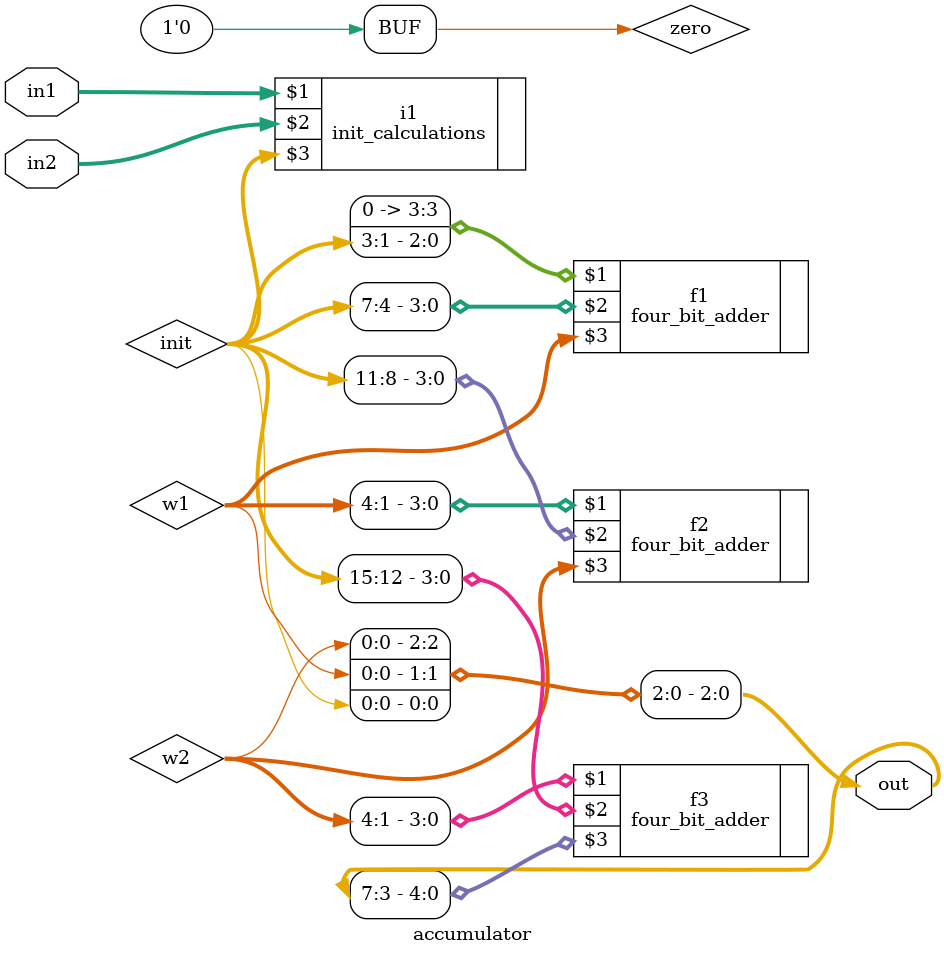
<source format=v>
/*
uses 3 4-bit full adders 
*/

/*
if inputs to init_calculations() are A => in1 then B => in2
it will generate 16-bits output in this order:
[A3B3, A3B2, A3B1, A3B0, A2B3, A2B2, A2B1, A2B0, A1B3, A1B2, A1B1, A1B0, A0B3, A0B2, A0B1, A0B0]

*/

module accumulator (in1,in2,out);
input [3:0] in1;
input [3:0] in2;
output [7:0] out;
wire [15:0] init;
wire [4:0] w1;
wire [4:0] w2;
wire zero;

assign zero = 0;

init_calculations i1 (in1,in2,init);
assign out[0] = init[0];
four_bit_adder f1 ({zero, init[3:1]},init[7:4], w1);
assign out[1] = w1[0];
four_bit_adder f2 (w1[4:1],init[11:8], w2);
assign out[2] = w2[0];
four_bit_adder f3 (w2[4:1],init[15:12], out[7:3]);

endmodule

</source>
